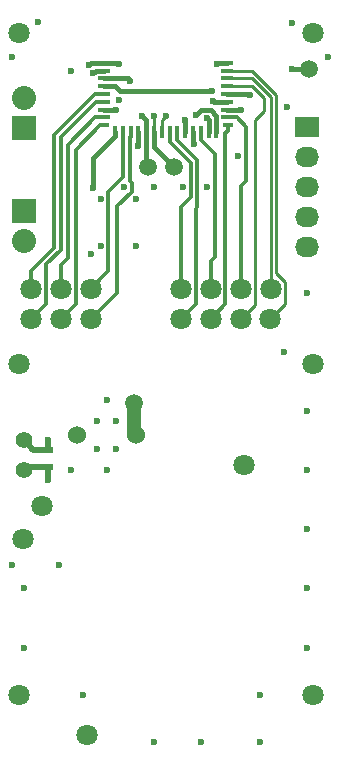
<source format=gtl>
G04 #@! TF.FileFunction,Copper,L1,Top,Signal*
%FSLAX46Y46*%
G04 Gerber Fmt 4.6, Leading zero omitted, Abs format (unit mm)*
G04 Created by KiCad (PCBNEW 4.0.1-stable) date 2016/08/25 3:11:25*
%MOMM*%
G01*
G04 APERTURE LIST*
%ADD10C,0.100000*%
%ADD11C,1.800000*%
%ADD12C,1.524000*%
%ADD13R,2.032000X1.727200*%
%ADD14O,2.032000X1.727200*%
%ADD15R,2.032000X2.032000*%
%ADD16O,2.032000X2.032000*%
%ADD17R,0.900000X0.500000*%
%ADD18C,1.400000*%
%ADD19C,1.500000*%
%ADD20R,0.990000X0.410000*%
%ADD21R,0.940000X0.410000*%
%ADD22R,0.410000X0.990000*%
%ADD23C,0.600000*%
%ADD24C,0.500000*%
%ADD25C,0.400000*%
%ADD26C,1.200000*%
%ADD27C,0.250000*%
%ADD28C,0.300000*%
G04 APERTURE END LIST*
D10*
D11*
X-10450000Y-12000000D03*
X-12049999Y-14771281D03*
X6661457Y-8526276D03*
X-6678123Y-31418100D03*
X-12450000Y28000000D03*
X12450000Y28000000D03*
X-12450000Y-28000000D03*
X12450000Y-28000000D03*
X12450000Y0D03*
X-12450000Y0D03*
D12*
X-2500000Y-6000000D03*
X-7500000Y-6000000D03*
D13*
X12000000Y20080000D03*
D14*
X12000000Y17540000D03*
X12000000Y15000000D03*
X12000000Y12460000D03*
X12000000Y9920000D03*
D15*
X-12000000Y13000000D03*
D16*
X-12000000Y10460000D03*
D15*
X-12000000Y20000000D03*
D16*
X-12000000Y22540000D03*
D11*
X8800000Y3810000D03*
X8890000Y6350000D03*
X6350000Y3810000D03*
X6350000Y6350000D03*
X3810000Y3810000D03*
X3800000Y6350000D03*
X1270000Y3810000D03*
X1270000Y6350000D03*
X-6350000Y3810000D03*
X-6350000Y6350000D03*
X-8890000Y6350000D03*
X-8890000Y3810000D03*
X-11430000Y6350000D03*
X-11430000Y3810000D03*
D17*
X-10000000Y-8750000D03*
X-10000000Y-7250000D03*
D18*
X-12000000Y-9000000D03*
X-12000000Y-6460000D03*
D19*
X700000Y16700000D03*
X-1500000Y16700000D03*
X-2700000Y-3300000D03*
X12100000Y25000000D03*
D20*
X5205000Y25500000D03*
X5205000Y24840000D03*
X5205000Y24180000D03*
X5205000Y23520000D03*
X5205000Y22860000D03*
X5205000Y22200000D03*
X5205000Y21540000D03*
X5205000Y20880000D03*
D21*
X5230000Y20220000D03*
D20*
X-5205000Y25500000D03*
X-5205000Y24840000D03*
X-5205000Y24180000D03*
X-5205000Y23520000D03*
X-5205000Y22860000D03*
X-5205000Y22200000D03*
X-5205000Y21540000D03*
X-5205000Y20880000D03*
D21*
X-5230000Y20220000D03*
D22*
X4290000Y19625000D03*
X3630000Y19625000D03*
X2970000Y19625000D03*
X2310000Y19625000D03*
X1650000Y19625000D03*
X990000Y19625000D03*
X330000Y19625000D03*
X-330000Y19625000D03*
X-990000Y19625000D03*
X-1650000Y19625000D03*
X-2310000Y19625000D03*
X-2970000Y19625000D03*
X-3630000Y19625000D03*
X-4290000Y19625000D03*
D23*
X-10000000Y-9800000D03*
X-1000000Y-32000000D03*
X3000000Y-32000000D03*
X-5000000Y-3000000D03*
X-5000000Y-9000000D03*
X-8000000Y-9000000D03*
X-9000000Y-17000000D03*
X-13000000Y-17000000D03*
X-12000000Y-19000000D03*
X-12000000Y-24000000D03*
X-7000000Y-28000000D03*
X12000000Y6000000D03*
X10000000Y1000000D03*
X12000000Y-4000000D03*
X12000000Y-9000000D03*
X12000000Y-14000000D03*
X12000000Y-19000000D03*
X12000000Y-24000000D03*
X8000000Y-28000000D03*
X8000000Y-32000000D03*
X-13000000Y26000000D03*
X-10800000Y29000000D03*
X13700000Y26000000D03*
X10700000Y28900000D03*
X-4000000Y22400000D03*
X4300000Y25400000D03*
X-4000000Y25400000D03*
X-6515130Y25328539D03*
X-8000000Y24800000D03*
X-6300000Y9300000D03*
X-5500000Y10000000D03*
X-5500000Y14000000D03*
X6149990Y17600000D03*
X-4200000Y-7200000D03*
X-4200000Y-4800000D03*
X10300000Y21800000D03*
X-2500000Y10000000D03*
X-2500000Y14000000D03*
X3500000Y15000000D03*
X1500000Y15000000D03*
X-3500000Y15000000D03*
X-1000000Y15000000D03*
X-4200000Y21500000D03*
X-5800000Y-4800000D03*
X-5800000Y-7200000D03*
X-10000000Y-6400000D03*
X-7500000Y-6000000D03*
X-6200000Y14900000D03*
X2400000Y18600000D03*
X6388583Y21499990D03*
X3900000Y23100000D03*
X4000000Y22300000D03*
X3500000Y20800000D03*
X2600000Y21100000D03*
X1600000Y20700000D03*
X-6140413Y24621722D03*
X0Y21000000D03*
X-1000000Y21000000D03*
X-3000000Y24000000D03*
X-2000000Y21000000D03*
X10700000Y25000000D03*
X7157269Y22757269D03*
X-2350010Y18500000D03*
D24*
X-10000000Y-8750000D02*
X-10000000Y-9800000D01*
X-10000000Y-8750000D02*
X-11750000Y-8750000D01*
X-11750000Y-8750000D02*
X-12000000Y-9000000D01*
D25*
X5205000Y25500000D02*
X4400000Y25500000D01*
X4400000Y25500000D02*
X4300000Y25400000D01*
X-5205000Y25500000D02*
X-4100000Y25500000D01*
X-4100000Y25500000D02*
X-4000000Y25400000D01*
X-5205000Y25500000D02*
X-6343669Y25500000D01*
X-6343669Y25500000D02*
X-6515130Y25328539D01*
D26*
X-2700000Y-3300000D02*
X-2700000Y-5800000D01*
X-2700000Y-5800000D02*
X-2500000Y-6000000D01*
D27*
X1550000Y15050000D02*
X1500000Y15000000D01*
D25*
X-1050000Y15050000D02*
X-1000000Y15000000D01*
X-5205000Y21540000D02*
X-4240000Y21540000D01*
X-4240000Y21540000D02*
X-4200000Y21500000D01*
D24*
X-10000000Y-7250000D02*
X-10000000Y-6400000D01*
X-10000000Y-7250000D02*
X-11210000Y-7250000D01*
X-11210000Y-7250000D02*
X-12000000Y-6460000D01*
D25*
X-6200000Y17425000D02*
X-6200000Y14900000D01*
X-4290000Y19625000D02*
X-4290000Y19335000D01*
X-4290000Y19335000D02*
X-6200000Y17425000D01*
X2310000Y19625000D02*
X2310000Y18690000D01*
X2310000Y18690000D02*
X2400000Y18600000D01*
X5205000Y21540000D02*
X6348573Y21540000D01*
X6348573Y21540000D02*
X6388583Y21499990D01*
X3900000Y23100000D02*
X-3890000Y23100000D01*
X-3890000Y23100000D02*
X-4310000Y23520000D01*
X-4310000Y23520000D02*
X-5205000Y23520000D01*
X12000000Y15000000D02*
X11847600Y15000000D01*
X4000000Y22300000D02*
X4100000Y22200000D01*
X5205000Y22200000D02*
X4100000Y22200000D01*
X12000000Y12460000D02*
X11847600Y12460000D01*
X3630000Y20420000D02*
X3630000Y20670000D01*
X3630000Y20670000D02*
X3500000Y20800000D01*
X3630000Y19625000D02*
X3630000Y20420000D01*
X4290000Y19625000D02*
X4290000Y21046002D01*
X4290000Y21046002D02*
X3836001Y21500001D01*
X3836001Y21500001D02*
X3000001Y21500001D01*
X3000001Y21500001D02*
X2600000Y21100000D01*
X1650000Y19625000D02*
X1650000Y20650000D01*
X1650000Y20650000D02*
X1600000Y20700000D01*
X-5205000Y24840000D02*
X-5922135Y24840000D01*
X-5922135Y24840000D02*
X-6140413Y24621722D01*
D27*
X8800000Y3810000D02*
X10115001Y5125001D01*
X10115001Y5125001D02*
X10115001Y6938001D01*
X5950000Y24840000D02*
X5205000Y24840000D01*
X10115001Y6938001D02*
X9340009Y7712993D01*
X9340009Y22772351D02*
X7272360Y24840000D01*
X9340009Y7712993D02*
X9340009Y22772351D01*
X7272360Y24840000D02*
X5950000Y24840000D01*
X8890000Y6350000D02*
X8890000Y22585950D01*
X7295950Y24180000D02*
X5950000Y24180000D01*
X8890000Y22585950D02*
X7295950Y24180000D01*
X5950000Y24180000D02*
X5205000Y24180000D01*
X6350000Y3810000D02*
X7575001Y5035001D01*
X7575001Y5035001D02*
X7575001Y20675001D01*
X7575001Y20675001D02*
X8300000Y21400000D01*
X8300000Y21400000D02*
X8300000Y22539540D01*
X8300000Y22539540D02*
X7319540Y23520000D01*
X7319540Y23520000D02*
X5205000Y23520000D01*
D28*
X6800000Y15500000D02*
X6350000Y15050000D01*
X6350000Y15050000D02*
X6350000Y6350000D01*
X6800000Y20080000D02*
X6800000Y15500000D01*
X5205000Y20880000D02*
X6000000Y20880000D01*
X6000000Y20880000D02*
X6800000Y20080000D01*
X3810000Y3810000D02*
X5050001Y5050001D01*
X5050001Y5050001D02*
X5050001Y19535001D01*
X5050001Y19535001D02*
X5230000Y19715000D01*
X5230000Y19715000D02*
X5230000Y20220000D01*
X4150001Y9050001D02*
X3800000Y8700000D01*
X3800000Y8700000D02*
X3800000Y6350000D01*
X2970000Y19625000D02*
X2970000Y18954998D01*
X2970000Y18954998D02*
X4150001Y17774997D01*
X4150001Y17774997D02*
X4150001Y9050001D01*
X990000Y19625000D02*
X990000Y18954998D01*
X990000Y18954998D02*
X2670007Y17274991D01*
X2670007Y13270007D02*
X2549999Y13149999D01*
X2670007Y17274991D02*
X2670007Y13270007D01*
X2549999Y13149999D02*
X2549999Y5089999D01*
X2549999Y5089999D02*
X1270000Y3810000D01*
X2169999Y16990001D02*
X2150001Y16970003D01*
X2150001Y16970003D02*
X2150001Y14157121D01*
X2150001Y14157121D02*
X1270000Y13277120D01*
X1270000Y13277120D02*
X1270000Y7622792D01*
X1270000Y7622792D02*
X1270000Y6350000D01*
X330000Y19625000D02*
X330000Y18830000D01*
X330000Y18830000D02*
X2169999Y16990001D01*
X-2970000Y19625000D02*
X-2970000Y19230000D01*
X-2970000Y19230000D02*
X-3000011Y19199989D01*
X-3000011Y19199989D02*
X-3000011Y15462013D01*
X-4100000Y6060000D02*
X-6350000Y3810000D01*
X-3000011Y15462013D02*
X-2849999Y15312001D01*
X-2849999Y14612003D02*
X-4100000Y13362002D01*
X-2849999Y15312001D02*
X-2849999Y14612003D01*
X-4100000Y13362002D02*
X-4100000Y6060000D01*
X-3630000Y19625000D02*
X-3630000Y15832002D01*
X-3630000Y15832002D02*
X-4849999Y14612003D01*
X-4849999Y14612003D02*
X-4849999Y7850001D01*
X-4849999Y7850001D02*
X-5450001Y7249999D01*
X-5450001Y7249999D02*
X-6350000Y6350000D01*
X-8300000Y9000000D02*
X-8890000Y8410000D01*
X-8890000Y8410000D02*
X-8890000Y6350000D01*
X-8300000Y18580000D02*
X-8300000Y9000000D01*
X-5205000Y20880000D02*
X-6000000Y20880000D01*
X-6000000Y20880000D02*
X-8300000Y18580000D01*
X-5230000Y20220000D02*
X-5580000Y20220000D01*
X-7639999Y5060001D02*
X-8890000Y3810000D01*
X-5580000Y20220000D02*
X-7639999Y18160001D01*
X-7639999Y18160001D02*
X-7639999Y5060001D01*
X-5205000Y22860000D02*
X-6000000Y22860000D01*
X-6000000Y22860000D02*
X-9500000Y19360000D01*
X-9500000Y19360000D02*
X-9500000Y9800000D01*
X-9500000Y9800000D02*
X-11430000Y7870000D01*
X-11430000Y7870000D02*
X-11430000Y6350000D01*
X-11430000Y3810000D02*
X-10140001Y5099999D01*
X-10140001Y5099999D02*
X-10140001Y8452879D01*
X-10140001Y8452879D02*
X-8900000Y9692880D01*
X-8900000Y9692880D02*
X-8900000Y19200000D01*
X-8900000Y19200000D02*
X-5900000Y22200000D01*
X-5900000Y22200000D02*
X-5205000Y22200000D01*
D27*
X0Y21000000D02*
X-330000Y20670000D01*
X-330000Y20670000D02*
X-330000Y19625000D01*
D25*
X-990000Y19625000D02*
X-990000Y18390000D01*
X-990000Y18390000D02*
X700000Y16700000D01*
D27*
X-1000000Y21000000D02*
X-1000000Y19635000D01*
X-1000000Y19635000D02*
X-990000Y19625000D01*
D25*
X-3000000Y24000000D02*
X-3180000Y24180000D01*
X-3180000Y24180000D02*
X-5205000Y24180000D01*
X-1650000Y19625000D02*
X-1650000Y16850000D01*
X-1650000Y16850000D02*
X-1500000Y16700000D01*
X-2000000Y21000000D02*
X-1650000Y20650000D01*
X-1650000Y20650000D02*
X-1650000Y19625000D01*
X10700000Y25000000D02*
X12100000Y25000000D01*
X5205000Y22860000D02*
X7054538Y22860000D01*
X7054538Y22860000D02*
X7157269Y22757269D01*
X-2310000Y19625000D02*
X-2310000Y18540010D01*
X-2310000Y18540010D02*
X-2350010Y18500000D01*
M02*

</source>
